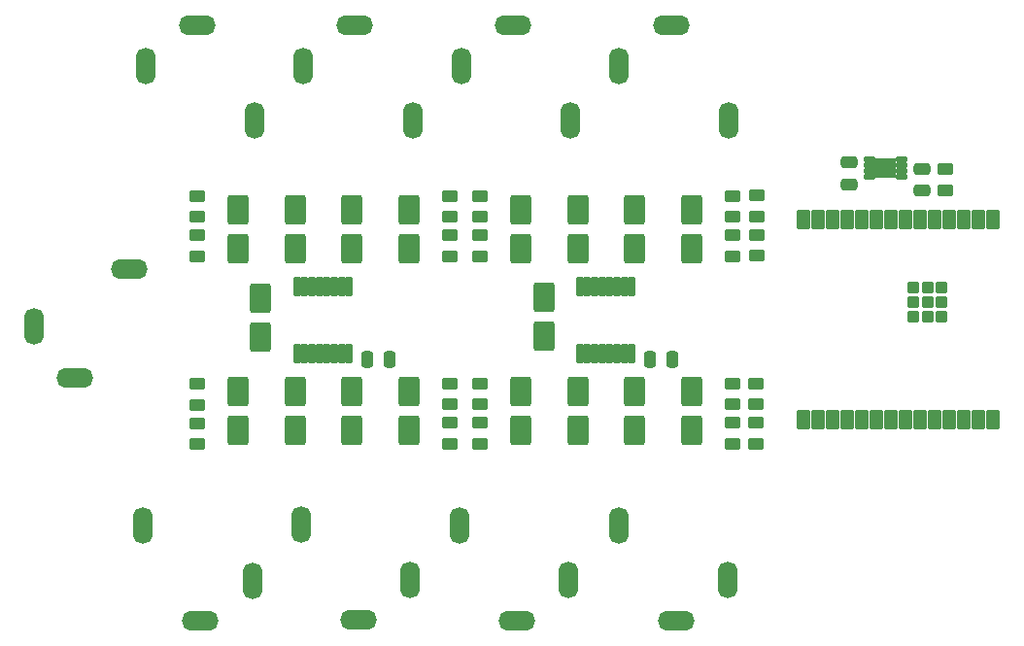
<source format=gbr>
%TF.GenerationSoftware,KiCad,Pcbnew,9.0.7*%
%TF.CreationDate,2026-01-03T19:20:17+01:00*%
%TF.ProjectId,PCB,5043422e-6b69-4636-9164-5f7063625858,rev?*%
%TF.SameCoordinates,Original*%
%TF.FileFunction,Soldermask,Top*%
%TF.FilePolarity,Negative*%
%FSLAX46Y46*%
G04 Gerber Fmt 4.6, Leading zero omitted, Abs format (unit mm)*
G04 Created by KiCad (PCBNEW 9.0.7) date 2026-01-03 19:20:17*
%MOMM*%
%LPD*%
G01*
G04 APERTURE LIST*
G04 Aperture macros list*
%AMRoundRect*
0 Rectangle with rounded corners*
0 $1 Rounding radius*
0 $2 $3 $4 $5 $6 $7 $8 $9 X,Y pos of 4 corners*
0 Add a 4 corners polygon primitive as box body*
4,1,4,$2,$3,$4,$5,$6,$7,$8,$9,$2,$3,0*
0 Add four circle primitives for the rounded corners*
1,1,$1+$1,$2,$3*
1,1,$1+$1,$4,$5*
1,1,$1+$1,$6,$7*
1,1,$1+$1,$8,$9*
0 Add four rect primitives between the rounded corners*
20,1,$1+$1,$2,$3,$4,$5,0*
20,1,$1+$1,$4,$5,$6,$7,0*
20,1,$1+$1,$6,$7,$8,$9,0*
20,1,$1+$1,$8,$9,$2,$3,0*%
G04 Aperture macros list end*
%ADD10RoundRect,0.223000X-0.669000X1.079000X-0.669000X-1.079000X0.669000X-1.079000X0.669000X1.079000X0*%
%ADD11RoundRect,0.223000X0.669000X-1.079000X0.669000X1.079000X-0.669000X1.079000X-0.669000X-1.079000X0*%
%ADD12O,3.220000X1.712000*%
%ADD13O,1.712000X3.220000*%
%ADD14RoundRect,0.250000X0.250000X0.475000X-0.250000X0.475000X-0.250000X-0.475000X0.250000X-0.475000X0*%
%ADD15RoundRect,0.250000X-0.450000X0.262500X-0.450000X-0.262500X0.450000X-0.262500X0.450000X0.262500X0*%
%ADD16RoundRect,0.102000X-0.225000X0.737500X-0.225000X-0.737500X0.225000X-0.737500X0.225000X0.737500X0*%
%ADD17RoundRect,0.250000X0.450000X-0.262500X0.450000X0.262500X-0.450000X0.262500X-0.450000X-0.262500X0*%
%ADD18RoundRect,0.102000X-0.450000X0.750000X-0.450000X-0.750000X0.450000X-0.750000X0.450000X0.750000X0*%
%ADD19RoundRect,0.102000X-0.400000X0.400000X-0.400000X-0.400000X0.400000X-0.400000X0.400000X0.400000X0*%
%ADD20RoundRect,0.250000X0.475000X-0.250000X0.475000X0.250000X-0.475000X0.250000X-0.475000X-0.250000X0*%
%ADD21RoundRect,0.058000X-0.464000X-0.174000X0.464000X-0.174000X0.464000X0.174000X-0.464000X0.174000X0*%
%ADD22RoundRect,0.102000X-0.850000X-0.762500X0.850000X-0.762500X0.850000X0.762500X-0.850000X0.762500X0*%
G04 APERTURE END LIST*
D10*
%TO.C,C17*%
X113665000Y-86106000D03*
X113665000Y-89496000D03*
%TD*%
D11*
%TO.C,C3*%
X128397000Y-73648000D03*
X128397000Y-70258000D03*
%TD*%
%TO.C,C14*%
X103759000Y-73648000D03*
X103759000Y-70258000D03*
%TD*%
D12*
%TO.C,J6*%
X123034500Y-106090000D03*
D13*
X127534500Y-102590000D03*
X118034500Y-97790000D03*
%TD*%
D14*
%TO.C,C16*%
X111948000Y-83312000D03*
X110048000Y-83312000D03*
%TD*%
D15*
%TO.C,R9*%
X119888000Y-88876500D03*
X119888000Y-90701500D03*
%TD*%
D16*
%TO.C,IC1*%
X133085000Y-76945000D03*
X132435000Y-76945000D03*
X131785000Y-76945000D03*
X131135000Y-76945000D03*
X130485000Y-76945000D03*
X129835000Y-76945000D03*
X129185000Y-76945000D03*
X128535000Y-76945000D03*
X128535000Y-82821000D03*
X129185000Y-82821000D03*
X129835000Y-82821000D03*
X130485000Y-82821000D03*
X131135000Y-82821000D03*
X131785000Y-82821000D03*
X132435000Y-82821000D03*
X133085000Y-82821000D03*
%TD*%
D15*
%TO.C,R3*%
X141859000Y-72517000D03*
X141859000Y-74342000D03*
%TD*%
D17*
%TO.C,R19*%
X160401000Y-68580000D03*
X160401000Y-66755000D03*
%TD*%
D11*
%TO.C,C13*%
X113665000Y-73660000D03*
X113665000Y-70270000D03*
%TD*%
D15*
%TO.C,R10*%
X119888000Y-85447500D03*
X119888000Y-87272500D03*
%TD*%
D10*
%TO.C,C15*%
X100711000Y-77973000D03*
X100711000Y-81363000D03*
%TD*%
D15*
%TO.C,R7*%
X141859000Y-85447500D03*
X141859000Y-87272500D03*
%TD*%
%TO.C,R8*%
X141859000Y-88876500D03*
X141859000Y-90701500D03*
%TD*%
D12*
%TO.C,J5*%
X136953000Y-106090000D03*
D13*
X141453000Y-102590000D03*
X131953000Y-97790000D03*
%TD*%
D15*
%TO.C,R17*%
X95250000Y-88900000D03*
X95250000Y-90725000D03*
%TD*%
D10*
%TO.C,C18*%
X103759000Y-86106000D03*
X103759000Y-89496000D03*
%TD*%
%TO.C,C7*%
X128397000Y-86093000D03*
X128397000Y-89483000D03*
%TD*%
D15*
%TO.C,R20*%
X143891000Y-85446500D03*
X143891000Y-87271500D03*
%TD*%
%TO.C,R6*%
X119887000Y-72517000D03*
X119887000Y-74342000D03*
%TD*%
D10*
%TO.C,C8*%
X123444000Y-86111000D03*
X123444000Y-89501000D03*
%TD*%
D11*
%TO.C,C11*%
X108712000Y-73648000D03*
X108712000Y-70258000D03*
%TD*%
D15*
%TO.C,R15*%
X117221000Y-85447500D03*
X117221000Y-87272500D03*
%TD*%
%TO.C,R4*%
X141859000Y-69088000D03*
X141859000Y-70913000D03*
%TD*%
D13*
%TO.C,J9*%
X81005000Y-80440500D03*
D12*
X84505000Y-84940500D03*
X89305000Y-75440500D03*
%TD*%
D15*
%TO.C,R2*%
X144018000Y-72493500D03*
X144018000Y-74318500D03*
%TD*%
D10*
%TO.C,C20*%
X98806000Y-86111000D03*
X98806000Y-89501000D03*
%TD*%
D15*
%TO.C,R5*%
X119888000Y-69088000D03*
X119888000Y-70913000D03*
%TD*%
D10*
%TO.C,C9*%
X125476000Y-77934000D03*
X125476000Y-81324000D03*
%TD*%
D15*
%TO.C,R16*%
X117221000Y-88876500D03*
X117221000Y-90701500D03*
%TD*%
D12*
%TO.C,J1*%
X136495500Y-54229000D03*
D13*
X131995500Y-57729000D03*
X141495500Y-62529000D03*
%TD*%
D18*
%TO.C,U1*%
X164577000Y-71114000D03*
X163307000Y-71114000D03*
X162037000Y-71114000D03*
X160767000Y-71114000D03*
X159497000Y-71114000D03*
X158227000Y-71114000D03*
X156957000Y-71114000D03*
X155687000Y-71114000D03*
X154417000Y-71114000D03*
X153147000Y-71114000D03*
X151877000Y-71114000D03*
X150607000Y-71114000D03*
X149337000Y-71114000D03*
X148067000Y-71114000D03*
X148067000Y-88614000D03*
X149337000Y-88614000D03*
X150607000Y-88614000D03*
X151877000Y-88614000D03*
X153147000Y-88614000D03*
X154417000Y-88614000D03*
X155687000Y-88614000D03*
X156957000Y-88614000D03*
X158227000Y-88614000D03*
X159497000Y-88614000D03*
X160767000Y-88614000D03*
X162037000Y-88614000D03*
X163307000Y-88614000D03*
X164577000Y-88614000D03*
D19*
X160107000Y-77109000D03*
X160107000Y-78359000D03*
X160107000Y-79609000D03*
X158857000Y-77109000D03*
X158857000Y-78359000D03*
X158857000Y-79609000D03*
X157607000Y-77109000D03*
X157607000Y-78359000D03*
X157607000Y-79609000D03*
%TD*%
D20*
%TO.C,C21*%
X152019000Y-68067000D03*
X152019000Y-66167000D03*
%TD*%
D16*
%TO.C,IC2*%
X108447000Y-76945000D03*
X107797000Y-76945000D03*
X107147000Y-76945000D03*
X106497000Y-76945000D03*
X105847000Y-76945000D03*
X105197000Y-76945000D03*
X104547000Y-76945000D03*
X103897000Y-76945000D03*
X103897000Y-82821000D03*
X104547000Y-82821000D03*
X105197000Y-82821000D03*
X105847000Y-82821000D03*
X106497000Y-82821000D03*
X107147000Y-82821000D03*
X107797000Y-82821000D03*
X108447000Y-82821000D03*
%TD*%
D15*
%TO.C,R12*%
X117221000Y-69088000D03*
X117221000Y-70913000D03*
%TD*%
%TO.C,R18*%
X95250000Y-85471000D03*
X95250000Y-87296000D03*
%TD*%
%TO.C,R13*%
X95250000Y-69088000D03*
X95250000Y-70913000D03*
%TD*%
D11*
%TO.C,C12*%
X98806000Y-73660000D03*
X98806000Y-70270000D03*
%TD*%
D21*
%TO.C,U2*%
X153759000Y-65925000D03*
X153759000Y-66425000D03*
X153759000Y-66925000D03*
X153759000Y-67425000D03*
X156629000Y-67425000D03*
X156629000Y-66925000D03*
X156629000Y-66425000D03*
X156629000Y-65925000D03*
D22*
X155194000Y-66675000D03*
%TD*%
D10*
%TO.C,C19*%
X108712000Y-86106000D03*
X108712000Y-89496000D03*
%TD*%
D12*
%TO.C,J3*%
X108965500Y-54229000D03*
D13*
X104465500Y-57729000D03*
X113965500Y-62529000D03*
%TD*%
D12*
%TO.C,J8*%
X95504000Y-106116000D03*
D13*
X100004000Y-102616000D03*
X90504000Y-97816000D03*
%TD*%
D15*
%TO.C,R1*%
X144018000Y-69064500D03*
X144018000Y-70889500D03*
%TD*%
%TO.C,R21*%
X143891000Y-88877500D03*
X143891000Y-90702500D03*
%TD*%
D11*
%TO.C,C4*%
X123444000Y-73660000D03*
X123444000Y-70270000D03*
%TD*%
D12*
%TO.C,J2*%
X122730500Y-54229000D03*
D13*
X118230500Y-57729000D03*
X127730500Y-62529000D03*
%TD*%
D15*
%TO.C,R14*%
X95250000Y-72517000D03*
X95250000Y-74342000D03*
%TD*%
D11*
%TO.C,C2*%
X133350000Y-73648000D03*
X133350000Y-70258000D03*
%TD*%
D20*
%TO.C,C22*%
X158369000Y-68641000D03*
X158369000Y-66741000D03*
%TD*%
D12*
%TO.C,J4*%
X95200500Y-54229000D03*
D13*
X90700500Y-57729000D03*
X100200500Y-62529000D03*
%TD*%
D15*
%TO.C,R11*%
X117221000Y-72517000D03*
X117221000Y-74342000D03*
%TD*%
D12*
%TO.C,J7*%
X109269500Y-106066000D03*
D13*
X113769500Y-102566000D03*
X104269500Y-97766000D03*
%TD*%
D14*
%TO.C,C10*%
X136586000Y-83312000D03*
X134686000Y-83312000D03*
%TD*%
D10*
%TO.C,C6*%
X133350000Y-86093000D03*
X133350000Y-89483000D03*
%TD*%
%TO.C,C5*%
X138303000Y-86111000D03*
X138303000Y-89501000D03*
%TD*%
D11*
%TO.C,C1*%
X138303000Y-73660000D03*
X138303000Y-70270000D03*
%TD*%
M02*

</source>
